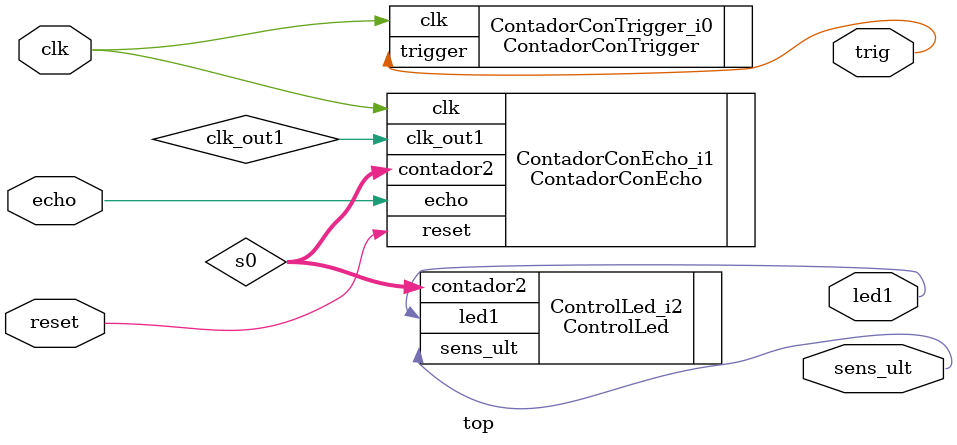
<source format=v>
module top (
  input clk,
  input echo,
  input reset,
  output trig,
  output led1,
  output sens_ult
);

  wire clk_out1;
  wire [19:0] s0;
  // ContadorConTrigger
  ContadorConTrigger ContadorConTrigger_i0 (
    .clk( clk ),
    .trigger( trig )
  );
  // ContadorConEcho
  ContadorConEcho ContadorConEcho_i1 (
    .clk( clk ),
    .echo( echo ),
	  .reset(reset),
	  .clk_out1(clk_out1),
    .contador2(s0)
  );
  // ControlLed
  ControlLed ControlLed_i2 (
    .contador2(s0),
    .led1( led1 ),
    .sens_ult( sens_ult )
  );
endmodule

</source>
